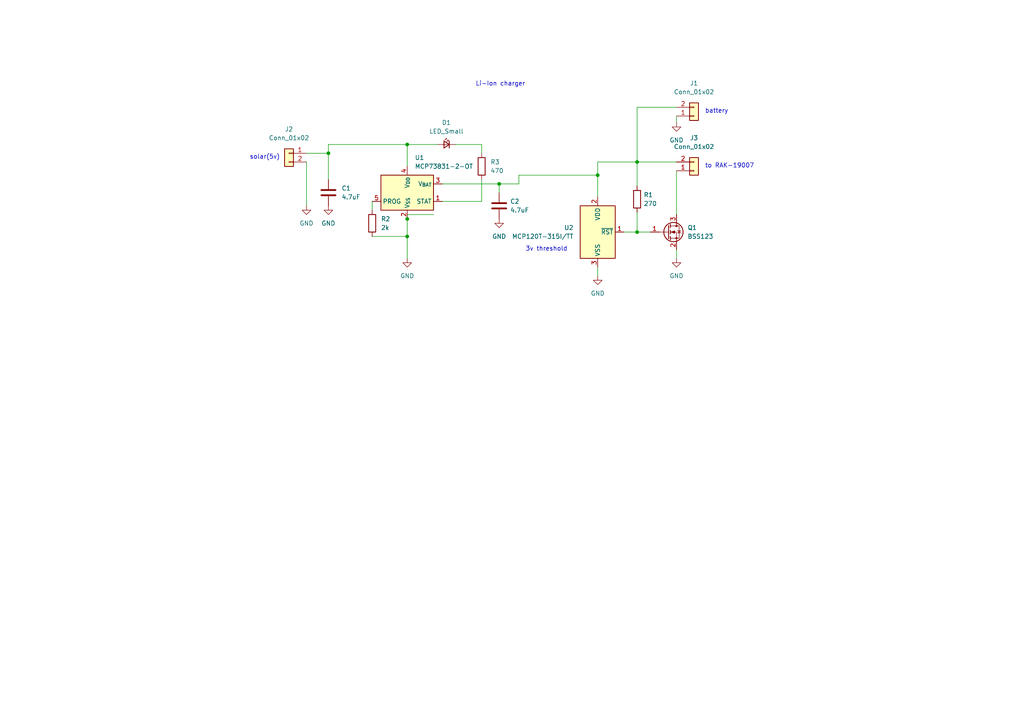
<source format=kicad_sch>
(kicad_sch (version 20231120) (generator "eeschema") (generator_version "8.0")
  (paper "A4")
  (lib_symbols
    (symbol "Battery_Management:MCP73831-2-OT"
      (property "Reference" "U" (at -7.62 6.35 0))
      (property "Value" "MCP73831-2-OT" (at 1.27 6.35 0))
      (symbol "MCP73831-2-OT_0_1"
        (rectangle (start -7.62 5.08) (end 7.62 -5.08) (stroke (width 0.254)) (fill (type background)))
      )
      (symbol "MCP73831-2-OT_1_1"
        (pin tri_state line (at 10.16 -2.54 180) (length 2.54) (name "STAT") (number "1"))
        (pin power_in line (at 0 -7.62 90) (length 2.54) (name "V_{SS}") (number "2"))
        (pin power_out line (at 10.16 2.54 180) (length 2.54) (name "V_{BAT}") (number "3"))
        (pin power_in line (at 0 7.62 270) (length 2.54) (name "V_{DD}") (number "4"))
        (pin input line (at -10.16 -2.54 0) (length 2.54) (name "PROG") (number "5"))
      )
    )
    (symbol "Connector_Generic:Conn_01x02" (pin_names (offset 1.016) hide)
      (property "Reference" "J" (at 0 2.54 0))
      (property "Value" "Conn_01x02" (at 0 -5.08 0))
      (symbol "Conn_01x02_1_1"
        (rectangle (start -1.27 -2.413) (end 0 -2.667) (stroke (width 0.1524)))
        (rectangle (start -1.27 0.127) (end 0 -0.127) (stroke (width 0.1524)))
        (rectangle (start -1.27 1.27) (end 1.27 -3.81) (stroke (width 0.254)) (fill (type background)))
        (pin passive line (at -5.08 0 0) (length 3.81) (name "Pin_1") (number "1"))
        (pin passive line (at -5.08 -2.54 0) (length 3.81) (name "Pin_2") (number "2"))
      )
    )
    (symbol "Device:C" (pin_numbers hide) (pin_names (offset 0.254))
      (property "Reference" "C" (at 0.635 2.54 0))
      (property "Value" "C" (at 0.635 -2.54 0))
      (symbol "C_0_1"
        (polyline (pts (xy -2.032 -0.762) (xy 2.032 -0.762)) (stroke (width 0.508)))
        (polyline (pts (xy -2.032 0.762) (xy 2.032 0.762)) (stroke (width 0.508)))
      )
      (symbol "C_1_1"
        (pin passive line (at 0 3.81 270) (length 2.794) (name "~") (number "1"))
        (pin passive line (at 0 -3.81 90) (length 2.794) (name "~") (number "2"))
      )
    )
    (symbol "Device:LED_Small" (pin_numbers hide) (pin_names (offset 0.254) hide)
      (property "Reference" "D" (at -1.27 3.175 0))
      (property "Value" "LED_Small" (at -4.445 -2.54 0))
      (symbol "LED_Small_0_1"
        (polyline (pts (xy -0.762 -1.016) (xy -0.762 1.016)) (stroke (width 0.254)))
        (polyline (pts (xy 1.016 0) (xy -0.762 0)))
        (polyline (pts (xy 0.762 -1.016) (xy -0.762 0) (xy 0.762 1.016) (xy 0.762 -1.016)) (stroke (width 0.254)))
        (polyline (pts (xy 0 0.762) (xy -0.508 1.27) (xy -0.254 1.27) (xy -0.508 1.27) (xy -0.508 1.016)))
        (polyline (pts (xy 0.508 1.27) (xy 0 1.778) (xy 0.254 1.778) (xy 0 1.778) (xy 0 1.524)))
      )
      (symbol "LED_Small_1_1"
        (pin passive line (at -2.54 0 0) (length 1.778) (name "K") (number "1"))
        (pin passive line (at 2.54 0 180) (length 1.778) (name "A") (number "2"))
      )
    )
    (symbol "Device:R" (pin_numbers hide) (pin_names (offset 0))
      (property "Reference" "R" (at 2.032 0 90))
      (property "Value" "R" (at 0 0 90))
      (symbol "R_0_1"
        (rectangle (start -1.016 -2.54) (end 1.016 2.54) (stroke (width 0.254)))
      )
      (symbol "R_1_1"
        (pin passive line (at 0 3.81 270) (length 1.27) (name "~") (number "1"))
        (pin passive line (at 0 -3.81 90) (length 1.27) (name "~") (number "2"))
      )
    )
    (symbol "Power_Supervisor:MCP120-xxxxTT"
      (property "Reference" "U" (at -5.08 8.89 0))
      (property "Value" "MCP120-xxxxTT" (at 8.89 8.89 0))
      (symbol "MCP120-xxxxTT_0_1"
        (rectangle (start 5.08 7.62) (end -5.08 -7.62) (stroke (width 0.254)) (fill (type background)))
      )
      (symbol "MCP120-xxxxTT_1_1"
        (pin open_collector line (at 7.62 0 180) (length 2.54) (name "~{RST}") (number "1"))
        (pin power_in line (at 0 10.16 270) (length 2.54) (name "VDD") (number "2"))
        (pin power_in line (at 0 -10.16 90) (length 2.54) (name "VSS") (number "3"))
      )
    )
    (symbol "Transistor_FET:BSS123" (pin_names hide)
      (property "Reference" "Q" (at 5.08 1.905 0))
      (property "Value" "BSS123" (at 5.08 0 0))
      (symbol "BSS123_0_1"
        (polyline (pts (xy 0.254 0) (xy -2.54 0)))
        (polyline (pts (xy 0.254 1.905) (xy 0.254 -1.905)) (stroke (width 0.254)))
        (polyline (pts (xy 0.762 -1.27) (xy 0.762 -2.286)) (stroke (width 0.254)))
        (polyline (pts (xy 0.762 0.508) (xy 0.762 -0.508)) (stroke (width 0.254)))
        (polyline (pts (xy 0.762 2.286) (xy 0.762 1.27)) (stroke (width 0.254)))
        (polyline (pts (xy 2.54 2.54) (xy 2.54 1.778)))
        (polyline (pts (xy 2.54 -2.54) (xy 2.54 0) (xy 0.762 0)))
        (polyline (pts (xy 0.762 -1.778) (xy 3.302 -1.778) (xy 3.302 1.778) (xy 0.762 1.778)))
        (polyline (pts (xy 1.016 0) (xy 2.032 0.381) (xy 2.032 -0.381) (xy 1.016 0)) (fill (type outline)))
        (polyline (pts (xy 2.794 0.508) (xy 2.921 0.381) (xy 3.683 0.381) (xy 3.81 0.254)))
        (polyline (pts (xy 3.302 0.381) (xy 2.921 -0.254) (xy 3.683 -0.254) (xy 3.302 0.381)))
        (circle (center 1.651 0) (radius 2.794) (stroke (width 0.254)))
        (circle (center 2.54 -1.778) (radius 0.254) (fill (type outline)))
        (circle (center 2.54 1.778) (radius 0.254) (fill (type outline)))
      )
      (symbol "BSS123_1_1"
        (pin input line (at -5.08 0 0) (length 2.54) (name "G") (number "1"))
        (pin passive line (at 2.54 -5.08 90) (length 2.54) (name "S") (number "2"))
        (pin passive line (at 2.54 5.08 270) (length 2.54) (name "D") (number "3"))
      )
    )
    (symbol "power:GND" (power) (pin_names (offset 0))
      (property "Value" "GND" (at 0 -3.81 0))
      (symbol "GND_0_1"
        (polyline (pts (xy 0 0) (xy 0 -1.27) (xy 1.27 -1.27) (xy 0 -2.54) (xy -1.27 -1.27) (xy 0 -1.27)))
      )
      (symbol "GND_1_1"
        (pin power_in line (at 0 0 270) (length 0) hide (name "GND") (number "1"))
      )
    )
  )
  (junction (at 118.11 68.58))
  (junction (at 144.78 53.34))
  (junction (at 184.785 67.31))
  (junction (at 173.355 50.8))
  (junction (at 95.25 44.45))
  (junction (at 118.11 41.91))
  (junction (at 118.11 63.5))
  (junction (at 184.785 46.99))
  (wire (pts (xy 139.7 58.42) (xy 128.27 58.42)))
  (wire (pts (xy 150.495 50.8) (xy 173.355 50.8)))
  (wire (pts (xy 95.25 44.45) (xy 95.25 41.91)))
  (wire (pts (xy 95.25 41.91) (xy 118.11 41.91)))
  (wire (pts (xy 88.9 44.45) (xy 95.25 44.45)))
  (wire (pts (xy 196.215 33.655) (xy 196.215 35.56)))
  (wire (pts (xy 184.785 67.31) (xy 188.595 67.31)))
  (wire (pts (xy 173.355 77.47) (xy 173.355 80.01)))
  (wire (pts (xy 118.11 48.26) (xy 118.11 41.91)))
  (wire (pts (xy 118.11 68.58) (xy 118.11 74.93)))
  (wire (pts (xy 173.355 50.8) (xy 173.355 46.99)))
  (wire (pts (xy 127 41.91) (xy 118.11 41.91)))
  (wire (pts (xy 184.785 53.975) (xy 184.785 46.99)))
  (wire (pts (xy 184.785 46.99) (xy 196.215 46.99)))
  (wire (pts (xy 144.78 53.34) (xy 150.495 53.34)))
  (wire (pts (xy 173.355 46.99) (xy 184.785 46.99)))
  (wire (pts (xy 144.78 53.34) (xy 144.78 55.88)))
  (wire (pts (xy 196.215 72.39) (xy 196.215 74.93)))
  (wire (pts (xy 107.95 68.58) (xy 118.11 68.58)))
  (wire (pts (xy 118.11 68.58) (xy 118.11 63.5)))
  (wire (pts (xy 196.215 31.115) (xy 184.785 31.115)))
  (wire (pts (xy 139.7 44.45) (xy 139.7 41.91)))
  (wire (pts (xy 118.11 62.23) (xy 125.73 62.23)))
  (wire (pts (xy 180.975 67.31) (xy 184.785 67.31)))
  (wire (pts (xy 118.11 62.23) (xy 118.11 63.5)))
  (wire (pts (xy 173.355 50.8) (xy 173.355 57.15)))
  (wire (pts (xy 107.95 58.42) (xy 107.95 60.96)))
  (wire (pts (xy 150.495 53.34) (xy 150.495 50.8)))
  (wire (pts (xy 88.9 46.99) (xy 88.9 59.69)))
  (wire (pts (xy 95.25 52.07) (xy 95.25 44.45)))
  (wire (pts (xy 184.785 61.595) (xy 184.785 67.31)))
  (wire (pts (xy 184.785 31.115) (xy 184.785 46.99)))
  (wire (pts (xy 128.27 53.34) (xy 144.78 53.34)))
  (wire (pts (xy 139.7 41.91) (xy 132.08 41.91)))
  (wire (pts (xy 139.7 52.07) (xy 139.7 58.42)))
  (wire (pts (xy 196.215 49.53) (xy 196.215 62.23)))
  (text "Li-Ion charger" (at 137.922 25.146 0) (effects (font (size 1.27 1.27)) (justify left bottom)))
  (text "to RAK-19007" (at 204.47 48.895 0) (effects (font (size 1.27 1.27)) (justify left bottom)))
  (text "3v threshold" (at 152.4 73.025 0) (effects (font (size 1.27 1.27)) (justify left bottom)))
  (text "battery" (at 204.47 33.02 0) (effects (font (size 1.27 1.27)) (justify left bottom)))
  (text "solar(5v)" (at 72.39 46.355 0) (effects (font (size 1.27 1.27)) (justify left bottom)))
  (symbol (lib_id "Device:C") (at 144.78 59.69 0) (unit 1)
    (property "Reference" "C2" (at 147.955 58.4199 0) (effects (justify left)))
    (property "Value" "4.7uF" (at 147.955 60.9599 0) (effects (justify left)))
    (property "Footprint" "Capacitor_SMD:C_0805_2012Metric" (effects (hide yes)))
  )
  (symbol (lib_id "Device:LED_Small") (at 129.54 41.91 0) (mirror y) (unit 1)
    (property "Reference" "D1" (at 129.4765 35.56 0))
    (property "Value" "LED_Small" (at 129.4765 38.1 0))
    (property "Footprint" "LED_SMD:LED_0603_1608Metric" (effects (hide yes)))
    (property "Description" "Light emitting diode, small symbol" (effects (hide yes)))
  )
  (symbol (lib_id "power:GND") (at 196.215 35.56 0) (unit 1)
    (property "Reference" "#PWR01" (effects (hide yes)))
    (property "Value" "GND" (at 196.215 40.64 0))
  )
  (symbol (lib_id "power:GND") (at 88.9 59.69 0) (unit 1)
    (property "Reference" "#PWR02" (effects (hide yes)))
    (property "Value" "GND" (at 88.9 64.77 0))
  )
  (symbol (lib_id "Power_Supervisor:MCP120-xxxxTT") (at 173.355 67.31 0) (unit 1)
    (property "Reference" "U2" (at 166.37 66.0399 0) (effects (justify right)))
    (property "Value" "MCP120T-315I/TT" (at 166.37 68.5799 0) (effects (justify right)))
    (property "Footprint" "Package_TO_SOT_SMD:SOT-23" (effects (hide yes)))
    (property "Datasheet" "http://ww1.microchip.com/downloads/en/DeviceDoc/11184d.pdf" (effects (hide yes)))
  )
  (symbol (lib_id "power:GND") (at 144.78 63.5 0) (unit 1)
    (property "Reference" "#PWR05" (effects (hide yes)))
    (property "Value" "GND" (at 144.78 68.58 0))
  )
  (symbol (lib_id "Device:R") (at 107.95 64.77 0) (unit 1)
    (property "Reference" "R2" (at 110.49 63.4999 0) (effects (justify left)))
    (property "Value" "2k" (at 110.49 66.0399 0) (effects (justify left)))
    (property "Footprint" "Resistor_SMD:R_0603_1608Metric" (effects (hide yes)))
  )
  (symbol (lib_id "Connector_Generic:Conn_01x02") (at 201.295 49.53 0) (mirror x) (unit 1)
    (property "Reference" "J3" (at 201.295 40.005 0))
    (property "Value" "Conn_01x02" (at 201.295 42.545 0))
    (property "Footprint" "Connector_JST:JST_PH_B2B-PH-K_1x02_P2.00mm_Vertical" (effects (hide yes)))
  )
  (symbol (lib_id "Device:R") (at 139.7 48.26 0) (unit 1)
    (property "Reference" "R3" (at 142.24 46.9899 0) (effects (justify left)))
    (property "Value" "470" (at 142.24 49.5299 0) (effects (justify left)))
    (property "Footprint" "Resistor_SMD:R_0603_1608Metric" (effects (hide yes)))
    (property "Description" "Resistor" (effects (hide yes)))
  )
  (symbol (lib_id "Device:C") (at 95.25 55.88 0) (unit 1)
    (property "Reference" "C1" (at 99.06 54.6099 0) (effects (justify left)))
    (property "Value" "4.7uF" (at 99.06 57.1499 0) (effects (justify left)))
    (property "Footprint" "Capacitor_SMD:C_0805_2012Metric" (effects (hide yes)))
  )
  (symbol (lib_id "Battery_Management:MCP73831-2-OT") (at 118.11 55.88 0) (unit 1)
    (property "Reference" "U1" (at 120.3041 45.72 0) (effects (justify left)))
    (property "Value" "MCP73831-2-OT" (at 120.3041 48.26 0) (effects (justify left)))
    (property "Footprint" "Package_TO_SOT_SMD:SOT-23-5" (effects (hide yes)))
    (property "Datasheet" "http://ww1.microchip.com/downloads/en/DeviceDoc/20001984g.pdf" (effects (hide yes)))
    (property "Description" "Single cell, Li-Ion/Li-Po charge management controller, 4.20V, Tri-State Status Output, in SOT23-5 package" (effects (hide yes)))
  )
  (symbol (lib_id "Device:R") (at 184.785 57.785 0) (unit 1)
    (property "Reference" "R1" (at 186.69 56.5149 0) (effects (justify left)))
    (property "Value" "270" (at 186.69 59.0549 0) (effects (justify left)))
    (property "Footprint" "Resistor_SMD:R_0603_1608Metric" (effects (hide yes)))
  )
  (symbol (lib_id "Connector_Generic:Conn_01x02") (at 83.82 44.45 0) (mirror y) (unit 1)
    (property "Reference" "J2" (at 83.82 37.465 0))
    (property "Value" "Conn_01x02" (at 83.82 40.005 0))
    (property "Footprint" "Connector_JST:JST_PH_B2B-PH-K_1x02_P2.00mm_Vertical" (effects (hide yes)))
  )
  (symbol (lib_id "power:GND") (at 173.355 80.01 0) (unit 1)
    (property "Reference" "#PWR07" (effects (hide yes)))
    (property "Value" "GND" (at 173.355 85.09 0))
  )
  (symbol (lib_id "power:GND") (at 196.215 74.93 0) (unit 1)
    (property "Reference" "#PWR06" (effects (hide yes)))
    (property "Value" "GND" (at 196.215 80.01 0))
  )
  (symbol (lib_id "Connector_Generic:Conn_01x02") (at 201.295 33.655 0) (mirror x) (unit 1)
    (property "Reference" "J1" (at 201.295 24.13 0))
    (property "Value" "Conn_01x02" (at 201.295 26.67 0))
    (property "Footprint" "Connector_JST:JST_PH_B2B-PH-K_1x02_P2.00mm_Vertical" (effects (hide yes)))
  )
  (symbol (lib_id "Transistor_FET:BSS123") (at 193.675 67.31 0) (unit 1)
    (property "Reference" "Q1" (at 199.39 66.0399 0) (effects (justify left)))
    (property "Value" "BSS123" (at 199.39 68.5799 0) (effects (justify left)))
    (property "Footprint" "Package_TO_SOT_SMD:SOT-23" (effects (hide yes)))
    (property "Datasheet" "http://www.diodes.com/assets/Datasheets/ds30366.pdf" (effects (hide yes)))
  )
  (symbol (lib_id "power:GND") (at 95.25 59.69 0) (unit 1)
    (property "Reference" "#PWR03" (effects (hide yes)))
    (property "Value" "GND" (at 95.25 64.77 0))
  )
  (symbol (lib_id "power:GND") (at 118.11 74.93 0) (unit 1)
    (property "Reference" "#PWR04" (effects (hide yes)))
    (property "Value" "GND" (at 118.11 80.01 0))
  )
)
</source>
